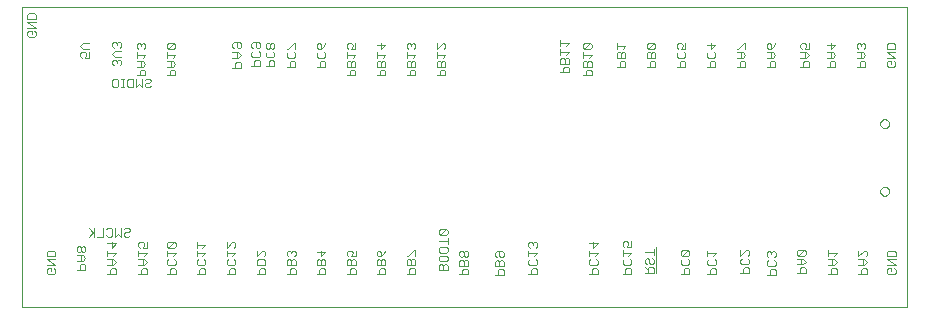
<source format=gbo>
G75*
%MOIN*%
%OFA0B0*%
%FSLAX24Y24*%
%IPPOS*%
%LPD*%
%AMOC8*
5,1,8,0,0,1.08239X$1,22.5*
%
%ADD10C,0.0000*%
%ADD11C,0.0030*%
%ADD12C,0.0040*%
D10*
X001680Y001485D02*
X001680Y011485D01*
X031180Y011485D01*
X031180Y001485D01*
X001680Y001485D01*
X030280Y005360D02*
X030282Y005384D01*
X030288Y005408D01*
X030297Y005430D01*
X030310Y005450D01*
X030326Y005468D01*
X030345Y005483D01*
X030366Y005496D01*
X030388Y005504D01*
X030412Y005509D01*
X030436Y005510D01*
X030460Y005507D01*
X030483Y005500D01*
X030505Y005490D01*
X030525Y005476D01*
X030542Y005459D01*
X030557Y005440D01*
X030568Y005419D01*
X030576Y005396D01*
X030580Y005372D01*
X030580Y005348D01*
X030576Y005324D01*
X030568Y005301D01*
X030557Y005280D01*
X030542Y005261D01*
X030525Y005244D01*
X030505Y005230D01*
X030483Y005220D01*
X030460Y005213D01*
X030436Y005210D01*
X030412Y005211D01*
X030388Y005216D01*
X030366Y005224D01*
X030345Y005237D01*
X030326Y005252D01*
X030310Y005270D01*
X030297Y005290D01*
X030288Y005312D01*
X030282Y005336D01*
X030280Y005360D01*
X030280Y007610D02*
X030282Y007634D01*
X030288Y007658D01*
X030297Y007680D01*
X030310Y007700D01*
X030326Y007718D01*
X030345Y007733D01*
X030366Y007746D01*
X030388Y007754D01*
X030412Y007759D01*
X030436Y007760D01*
X030460Y007757D01*
X030483Y007750D01*
X030505Y007740D01*
X030525Y007726D01*
X030542Y007709D01*
X030557Y007690D01*
X030568Y007669D01*
X030576Y007646D01*
X030580Y007622D01*
X030580Y007598D01*
X030576Y007574D01*
X030568Y007551D01*
X030557Y007530D01*
X030542Y007511D01*
X030525Y007494D01*
X030505Y007480D01*
X030483Y007470D01*
X030460Y007463D01*
X030436Y007460D01*
X030412Y007461D01*
X030388Y007466D01*
X030366Y007474D01*
X030345Y007487D01*
X030326Y007502D01*
X030310Y007520D01*
X030297Y007540D01*
X030288Y007562D01*
X030282Y007586D01*
X030280Y007610D01*
D11*
X030548Y009516D02*
X030500Y009565D01*
X030500Y009661D01*
X030548Y009710D01*
X030645Y009710D01*
X030645Y009613D01*
X030742Y009516D02*
X030548Y009516D01*
X030742Y009516D02*
X030790Y009565D01*
X030790Y009661D01*
X030742Y009710D01*
X030790Y009811D02*
X030500Y009811D01*
X030500Y010004D02*
X030790Y010004D01*
X030790Y010106D02*
X030500Y010106D01*
X030500Y010251D01*
X030548Y010299D01*
X030742Y010299D01*
X030790Y010251D01*
X030790Y010106D01*
X030790Y009811D02*
X030500Y010004D01*
X029790Y009908D02*
X029693Y010004D01*
X029500Y010004D01*
X029548Y010106D02*
X029500Y010154D01*
X029500Y010251D01*
X029548Y010299D01*
X029597Y010299D01*
X029645Y010251D01*
X029645Y010202D01*
X029645Y010251D02*
X029693Y010299D01*
X029742Y010299D01*
X029790Y010251D01*
X029790Y010154D01*
X029742Y010106D01*
X029645Y010004D02*
X029645Y009811D01*
X029693Y009811D02*
X029500Y009811D01*
X029645Y009710D02*
X029597Y009661D01*
X029597Y009516D01*
X029500Y009516D02*
X029790Y009516D01*
X029790Y009661D01*
X029742Y009710D01*
X029645Y009710D01*
X029693Y009811D02*
X029790Y009908D01*
X028790Y009908D02*
X028693Y010004D01*
X028500Y010004D01*
X028645Y010004D02*
X028645Y009811D01*
X028693Y009811D02*
X028790Y009908D01*
X028693Y009811D02*
X028500Y009811D01*
X028645Y009710D02*
X028597Y009661D01*
X028597Y009516D01*
X028500Y009516D02*
X028790Y009516D01*
X028790Y009661D01*
X028742Y009710D01*
X028645Y009710D01*
X027915Y009661D02*
X027915Y009516D01*
X027625Y009516D01*
X027722Y009516D02*
X027722Y009661D01*
X027770Y009710D01*
X027867Y009710D01*
X027915Y009661D01*
X027818Y009811D02*
X027625Y009811D01*
X027770Y009811D02*
X027770Y010004D01*
X027818Y010004D02*
X027625Y010004D01*
X027673Y010106D02*
X027625Y010154D01*
X027625Y010251D01*
X027673Y010299D01*
X027770Y010299D01*
X027818Y010251D01*
X027818Y010202D01*
X027770Y010106D01*
X027915Y010106D01*
X027915Y010299D01*
X027818Y010004D02*
X027915Y009908D01*
X027818Y009811D01*
X028645Y010106D02*
X028645Y010299D01*
X028500Y010251D02*
X028790Y010251D01*
X028645Y010106D01*
X026790Y010299D02*
X026742Y010202D01*
X026645Y010106D01*
X026645Y010251D01*
X026597Y010299D01*
X026548Y010299D01*
X026500Y010251D01*
X026500Y010154D01*
X026548Y010106D01*
X026645Y010106D01*
X026645Y010004D02*
X026645Y009811D01*
X026693Y009811D02*
X026790Y009908D01*
X026693Y010004D01*
X026500Y010004D01*
X026500Y009811D02*
X026693Y009811D01*
X026645Y009710D02*
X026597Y009661D01*
X026597Y009516D01*
X026500Y009516D02*
X026790Y009516D01*
X026790Y009661D01*
X026742Y009710D01*
X026645Y009710D01*
X025790Y009661D02*
X025790Y009516D01*
X025500Y009516D01*
X025597Y009516D02*
X025597Y009661D01*
X025645Y009710D01*
X025742Y009710D01*
X025790Y009661D01*
X025693Y009811D02*
X025500Y009811D01*
X025645Y009811D02*
X025645Y010004D01*
X025693Y010004D02*
X025500Y010004D01*
X025500Y010106D02*
X025548Y010106D01*
X025742Y010299D01*
X025790Y010299D01*
X025790Y010106D01*
X025693Y010004D02*
X025790Y009908D01*
X025693Y009811D01*
X024790Y009859D02*
X024742Y009811D01*
X024548Y009811D01*
X024500Y009859D01*
X024500Y009956D01*
X024548Y010004D01*
X024645Y010106D02*
X024645Y010299D01*
X024500Y010251D02*
X024790Y010251D01*
X024645Y010106D01*
X024742Y010004D02*
X024790Y009956D01*
X024790Y009859D01*
X024742Y009710D02*
X024645Y009710D01*
X024597Y009661D01*
X024597Y009516D01*
X024500Y009516D02*
X024790Y009516D01*
X024790Y009661D01*
X024742Y009710D01*
X023790Y009661D02*
X023790Y009516D01*
X023500Y009516D01*
X023597Y009516D02*
X023597Y009661D01*
X023645Y009710D01*
X023742Y009710D01*
X023790Y009661D01*
X023742Y009811D02*
X023548Y009811D01*
X023500Y009859D01*
X023500Y009956D01*
X023548Y010004D01*
X023548Y010106D02*
X023500Y010154D01*
X023500Y010251D01*
X023548Y010299D01*
X023645Y010299D01*
X023693Y010251D01*
X023693Y010202D01*
X023645Y010106D01*
X023790Y010106D01*
X023790Y010299D01*
X023742Y010004D02*
X023790Y009956D01*
X023790Y009859D01*
X023742Y009811D01*
X022790Y009811D02*
X022790Y009956D01*
X022742Y010004D01*
X022693Y010004D01*
X022645Y009956D01*
X022645Y009811D01*
X022645Y009710D02*
X022597Y009661D01*
X022597Y009516D01*
X022500Y009516D02*
X022790Y009516D01*
X022790Y009661D01*
X022742Y009710D01*
X022645Y009710D01*
X022500Y009811D02*
X022500Y009956D01*
X022548Y010004D01*
X022597Y010004D01*
X022645Y009956D01*
X022548Y010106D02*
X022742Y010299D01*
X022548Y010299D01*
X022500Y010251D01*
X022500Y010154D01*
X022548Y010106D01*
X022742Y010106D01*
X022790Y010154D01*
X022790Y010251D01*
X022742Y010299D01*
X022790Y009811D02*
X022500Y009811D01*
X021790Y009811D02*
X021790Y009956D01*
X021742Y010004D01*
X021693Y010004D01*
X021645Y009956D01*
X021645Y009811D01*
X021645Y009710D02*
X021597Y009661D01*
X021597Y009516D01*
X021500Y009516D02*
X021790Y009516D01*
X021790Y009661D01*
X021742Y009710D01*
X021645Y009710D01*
X021500Y009811D02*
X021500Y009956D01*
X021548Y010004D01*
X021597Y010004D01*
X021645Y009956D01*
X021693Y010106D02*
X021790Y010202D01*
X021500Y010202D01*
X021500Y010106D02*
X021500Y010299D01*
X021500Y009811D02*
X021790Y009811D01*
X020665Y009908D02*
X020375Y009908D01*
X020375Y010004D02*
X020375Y009811D01*
X020423Y009710D02*
X020375Y009661D01*
X020375Y009516D01*
X020665Y009516D01*
X020665Y009661D01*
X020617Y009710D01*
X020568Y009710D01*
X020520Y009661D01*
X020520Y009516D01*
X020520Y009415D02*
X020472Y009367D01*
X020472Y009222D01*
X020375Y009222D02*
X020665Y009222D01*
X020665Y009367D01*
X020617Y009415D01*
X020520Y009415D01*
X020520Y009661D02*
X020472Y009710D01*
X020423Y009710D01*
X020568Y009811D02*
X020665Y009908D01*
X020617Y010106D02*
X020423Y010106D01*
X020617Y010299D01*
X020423Y010299D01*
X020375Y010251D01*
X020375Y010154D01*
X020423Y010106D01*
X020617Y010106D02*
X020665Y010154D01*
X020665Y010251D01*
X020617Y010299D01*
X019915Y010302D02*
X019625Y010302D01*
X019625Y010206D02*
X019625Y010399D01*
X019818Y010206D02*
X019915Y010302D01*
X019625Y010104D02*
X019625Y009911D01*
X019625Y010008D02*
X019915Y010008D01*
X019818Y009911D01*
X019818Y009810D02*
X019770Y009761D01*
X019770Y009616D01*
X019770Y009515D02*
X019722Y009467D01*
X019722Y009322D01*
X019625Y009322D02*
X019915Y009322D01*
X019915Y009467D01*
X019867Y009515D01*
X019770Y009515D01*
X019625Y009616D02*
X019625Y009761D01*
X019673Y009810D01*
X019722Y009810D01*
X019770Y009761D01*
X019818Y009810D02*
X019867Y009810D01*
X019915Y009761D01*
X019915Y009616D01*
X019625Y009616D01*
X015790Y009661D02*
X015790Y009516D01*
X015500Y009516D01*
X015500Y009661D01*
X015548Y009710D01*
X015597Y009710D01*
X015645Y009661D01*
X015645Y009516D01*
X015645Y009415D02*
X015597Y009367D01*
X015597Y009222D01*
X015500Y009222D02*
X015790Y009222D01*
X015790Y009367D01*
X015742Y009415D01*
X015645Y009415D01*
X015645Y009661D02*
X015693Y009710D01*
X015742Y009710D01*
X015790Y009661D01*
X015693Y009811D02*
X015790Y009908D01*
X015500Y009908D01*
X015500Y010004D02*
X015500Y009811D01*
X015500Y010106D02*
X015693Y010299D01*
X015742Y010299D01*
X015790Y010251D01*
X015790Y010154D01*
X015742Y010106D01*
X015500Y010106D02*
X015500Y010299D01*
X014790Y010251D02*
X014790Y010154D01*
X014742Y010106D01*
X014645Y010202D02*
X014645Y010251D01*
X014597Y010299D01*
X014548Y010299D01*
X014500Y010251D01*
X014500Y010154D01*
X014548Y010106D01*
X014500Y010004D02*
X014500Y009811D01*
X014500Y009908D02*
X014790Y009908D01*
X014693Y009811D01*
X014693Y009710D02*
X014645Y009661D01*
X014645Y009516D01*
X014645Y009415D02*
X014597Y009367D01*
X014597Y009222D01*
X014500Y009222D02*
X014790Y009222D01*
X014790Y009367D01*
X014742Y009415D01*
X014645Y009415D01*
X014500Y009516D02*
X014790Y009516D01*
X014790Y009661D01*
X014742Y009710D01*
X014693Y009710D01*
X014645Y009661D02*
X014597Y009710D01*
X014548Y009710D01*
X014500Y009661D01*
X014500Y009516D01*
X013790Y009516D02*
X013790Y009661D01*
X013742Y009710D01*
X013693Y009710D01*
X013645Y009661D01*
X013645Y009516D01*
X013645Y009415D02*
X013597Y009367D01*
X013597Y009222D01*
X013500Y009222D02*
X013790Y009222D01*
X013790Y009367D01*
X013742Y009415D01*
X013645Y009415D01*
X013500Y009516D02*
X013790Y009516D01*
X013645Y009661D02*
X013597Y009710D01*
X013548Y009710D01*
X013500Y009661D01*
X013500Y009516D01*
X012790Y009516D02*
X012790Y009661D01*
X012742Y009710D01*
X012693Y009710D01*
X012645Y009661D01*
X012645Y009516D01*
X012645Y009415D02*
X012597Y009367D01*
X012597Y009222D01*
X012500Y009222D02*
X012790Y009222D01*
X012790Y009367D01*
X012742Y009415D01*
X012645Y009415D01*
X012500Y009516D02*
X012790Y009516D01*
X012645Y009661D02*
X012597Y009710D01*
X012548Y009710D01*
X012500Y009661D01*
X012500Y009516D01*
X011790Y009516D02*
X011790Y009661D01*
X011742Y009710D01*
X011645Y009710D01*
X011597Y009661D01*
X011597Y009516D01*
X011500Y009516D02*
X011790Y009516D01*
X011742Y009811D02*
X011548Y009811D01*
X011500Y009859D01*
X011500Y009956D01*
X011548Y010004D01*
X011548Y010106D02*
X011500Y010154D01*
X011500Y010251D01*
X011548Y010299D01*
X011597Y010299D01*
X011645Y010251D01*
X011645Y010106D01*
X011548Y010106D01*
X011645Y010106D02*
X011742Y010202D01*
X011790Y010299D01*
X011742Y010004D02*
X011790Y009956D01*
X011790Y009859D01*
X011742Y009811D01*
X012500Y009811D02*
X012500Y010004D01*
X012500Y009908D02*
X012790Y009908D01*
X012693Y009811D01*
X012645Y010106D02*
X012693Y010202D01*
X012693Y010251D01*
X012645Y010299D01*
X012548Y010299D01*
X012500Y010251D01*
X012500Y010154D01*
X012548Y010106D01*
X012645Y010106D02*
X012790Y010106D01*
X012790Y010299D01*
X013500Y010251D02*
X013790Y010251D01*
X013645Y010106D01*
X013645Y010299D01*
X013500Y010004D02*
X013500Y009811D01*
X013500Y009908D02*
X013790Y009908D01*
X013693Y009811D01*
X014645Y010251D02*
X014693Y010299D01*
X014742Y010299D01*
X014790Y010251D01*
X010790Y010299D02*
X010790Y010106D01*
X010742Y010004D02*
X010790Y009956D01*
X010790Y009859D01*
X010742Y009811D01*
X010548Y009811D01*
X010500Y009859D01*
X010500Y009956D01*
X010548Y010004D01*
X010548Y010106D02*
X010500Y010106D01*
X010548Y010106D02*
X010742Y010299D01*
X010790Y010299D01*
X010090Y010263D02*
X010090Y010166D01*
X010042Y010118D01*
X009993Y010118D01*
X009945Y010166D01*
X009945Y010263D01*
X009897Y010312D01*
X009848Y010312D01*
X009800Y010263D01*
X009800Y010166D01*
X009848Y010118D01*
X009897Y010118D01*
X009945Y010166D01*
X009945Y010263D02*
X009993Y010312D01*
X010042Y010312D01*
X010090Y010263D01*
X009615Y010276D02*
X009615Y010179D01*
X009567Y010131D01*
X009518Y010131D01*
X009470Y010179D01*
X009470Y010324D01*
X009373Y010324D02*
X009567Y010324D01*
X009615Y010276D01*
X009373Y010324D02*
X009325Y010276D01*
X009325Y010179D01*
X009373Y010131D01*
X009373Y010029D02*
X009325Y009981D01*
X009325Y009884D01*
X009373Y009836D01*
X009567Y009836D01*
X009615Y009884D01*
X009615Y009981D01*
X009567Y010029D01*
X009800Y009969D02*
X009800Y009872D01*
X009848Y009823D01*
X010042Y009823D01*
X010090Y009872D01*
X010090Y009969D01*
X010042Y010017D01*
X009848Y010017D02*
X009800Y009969D01*
X009945Y009722D02*
X009897Y009674D01*
X009897Y009529D01*
X009800Y009529D02*
X010090Y009529D01*
X010090Y009674D01*
X010042Y009722D01*
X009945Y009722D01*
X009615Y009686D02*
X009615Y009541D01*
X009325Y009541D01*
X009422Y009541D02*
X009422Y009686D01*
X009470Y009735D01*
X009567Y009735D01*
X009615Y009686D01*
X010500Y009516D02*
X010790Y009516D01*
X010790Y009661D01*
X010742Y009710D01*
X010645Y009710D01*
X010597Y009661D01*
X010597Y009516D01*
X006790Y009613D02*
X006693Y009516D01*
X006500Y009516D01*
X006645Y009516D02*
X006645Y009710D01*
X006693Y009710D02*
X006500Y009710D01*
X006500Y009811D02*
X006500Y010004D01*
X006500Y009908D02*
X006790Y009908D01*
X006693Y009811D01*
X006693Y009710D02*
X006790Y009613D01*
X006742Y009415D02*
X006645Y009415D01*
X006597Y009367D01*
X006597Y009222D01*
X006500Y009222D02*
X006790Y009222D01*
X006790Y009367D01*
X006742Y009415D01*
X005965Y009067D02*
X005965Y009019D01*
X005917Y008970D01*
X005820Y008970D01*
X005772Y008922D01*
X005772Y008874D01*
X005820Y008825D01*
X005917Y008825D01*
X005965Y008874D01*
X005965Y009067D02*
X005917Y009116D01*
X005820Y009116D01*
X005772Y009067D01*
X005670Y009116D02*
X005670Y008825D01*
X005574Y008922D01*
X005477Y008825D01*
X005477Y009116D01*
X005376Y009116D02*
X005231Y009116D01*
X005182Y009067D01*
X005182Y008874D01*
X005231Y008825D01*
X005376Y008825D01*
X005376Y009116D01*
X005500Y009222D02*
X005790Y009222D01*
X005790Y009367D01*
X005742Y009415D01*
X005645Y009415D01*
X005597Y009367D01*
X005597Y009222D01*
X005081Y009116D02*
X004984Y009116D01*
X005033Y009116D02*
X005033Y008825D01*
X005081Y008825D02*
X004984Y008825D01*
X004885Y008874D02*
X004836Y008825D01*
X004739Y008825D01*
X004691Y008874D01*
X004691Y009067D01*
X004739Y009116D01*
X004836Y009116D01*
X004885Y009067D01*
X004885Y008874D01*
X005500Y009516D02*
X005693Y009516D01*
X005790Y009613D01*
X005693Y009710D01*
X005500Y009710D01*
X005500Y009811D02*
X005500Y010004D01*
X005500Y009908D02*
X005790Y009908D01*
X005693Y009811D01*
X005645Y009710D02*
X005645Y009516D01*
X004978Y009602D02*
X004978Y009699D01*
X004929Y009747D01*
X004881Y009747D01*
X004833Y009699D01*
X004784Y009747D01*
X004736Y009747D01*
X004688Y009699D01*
X004688Y009602D01*
X004736Y009554D01*
X004833Y009651D02*
X004833Y009699D01*
X004784Y009848D02*
X004688Y009945D01*
X004784Y010042D01*
X004978Y010042D01*
X004929Y010143D02*
X004978Y010191D01*
X004978Y010288D01*
X004929Y010337D01*
X004881Y010337D01*
X004833Y010288D01*
X004784Y010337D01*
X004736Y010337D01*
X004688Y010288D01*
X004688Y010191D01*
X004736Y010143D01*
X004833Y010240D02*
X004833Y010288D01*
X005500Y010251D02*
X005500Y010154D01*
X005548Y010106D01*
X005645Y010202D02*
X005645Y010251D01*
X005597Y010299D01*
X005548Y010299D01*
X005500Y010251D01*
X005645Y010251D02*
X005693Y010299D01*
X005742Y010299D01*
X005790Y010251D01*
X005790Y010154D01*
X005742Y010106D01*
X006500Y010154D02*
X006548Y010106D01*
X006742Y010299D01*
X006548Y010299D01*
X006500Y010251D01*
X006500Y010154D01*
X006548Y010106D02*
X006742Y010106D01*
X006790Y010154D01*
X006790Y010251D01*
X006742Y010299D01*
X004978Y009848D02*
X004784Y009848D01*
X004978Y009602D02*
X004929Y009554D01*
X003915Y009811D02*
X003915Y010004D01*
X003915Y010106D02*
X003722Y010106D01*
X003625Y010202D01*
X003722Y010299D01*
X003915Y010299D01*
X003770Y010004D02*
X003673Y010004D01*
X003625Y009956D01*
X003625Y009859D01*
X003673Y009811D01*
X003770Y009811D02*
X003818Y009908D01*
X003818Y009956D01*
X003770Y010004D01*
X003770Y009811D02*
X003915Y009811D01*
X002140Y010565D02*
X002140Y010661D01*
X002092Y010710D01*
X001995Y010710D02*
X001995Y010613D01*
X001995Y010710D02*
X001898Y010710D01*
X001850Y010661D01*
X001850Y010565D01*
X001898Y010516D01*
X002092Y010516D01*
X002140Y010565D01*
X002140Y010811D02*
X001850Y010811D01*
X001850Y011004D02*
X002140Y011004D01*
X002140Y011106D02*
X001850Y011106D01*
X001850Y011251D01*
X001898Y011299D01*
X002092Y011299D01*
X002140Y011251D01*
X002140Y011106D01*
X002140Y010811D02*
X001850Y011004D01*
X003893Y004141D02*
X004086Y003947D01*
X004038Y003995D02*
X003893Y003850D01*
X004086Y003850D02*
X004086Y004141D01*
X004381Y004141D02*
X004381Y003850D01*
X004188Y003850D01*
X004482Y003899D02*
X004531Y003850D01*
X004627Y003850D01*
X004676Y003899D01*
X004676Y004092D01*
X004627Y004141D01*
X004531Y004141D01*
X004482Y004092D01*
X004777Y004141D02*
X004777Y003850D01*
X004874Y003947D01*
X004970Y003850D01*
X004970Y004141D01*
X005072Y004092D02*
X005120Y004141D01*
X005217Y004141D01*
X005265Y004092D01*
X005265Y004044D01*
X005217Y003995D01*
X005120Y003995D01*
X005072Y003947D01*
X005072Y003899D01*
X005120Y003850D01*
X005217Y003850D01*
X005265Y003899D01*
X005558Y003629D02*
X005606Y003678D01*
X005703Y003678D01*
X005751Y003629D01*
X005751Y003581D01*
X005703Y003484D01*
X005848Y003484D01*
X005848Y003678D01*
X005558Y003629D02*
X005558Y003533D01*
X005606Y003484D01*
X005558Y003383D02*
X005558Y003190D01*
X005558Y003286D02*
X005848Y003286D01*
X005751Y003190D01*
X005751Y003088D02*
X005558Y003088D01*
X005703Y003088D02*
X005703Y002895D01*
X005751Y002895D02*
X005848Y002992D01*
X005751Y003088D01*
X005751Y002895D02*
X005558Y002895D01*
X005703Y002794D02*
X005654Y002745D01*
X005654Y002600D01*
X005558Y002600D02*
X005848Y002600D01*
X005848Y002745D01*
X005799Y002794D01*
X005703Y002794D01*
X006508Y002943D02*
X006508Y003040D01*
X006556Y003088D01*
X006508Y003190D02*
X006508Y003383D01*
X006508Y003286D02*
X006798Y003286D01*
X006701Y003190D01*
X006749Y003088D02*
X006798Y003040D01*
X006798Y002943D01*
X006749Y002895D01*
X006556Y002895D01*
X006508Y002943D01*
X006653Y002794D02*
X006604Y002745D01*
X006604Y002600D01*
X006508Y002600D02*
X006798Y002600D01*
X006798Y002745D01*
X006749Y002794D01*
X006653Y002794D01*
X007495Y002943D02*
X007495Y003040D01*
X007543Y003088D01*
X007495Y003190D02*
X007495Y003383D01*
X007495Y003286D02*
X007785Y003286D01*
X007688Y003190D01*
X007737Y003088D02*
X007785Y003040D01*
X007785Y002943D01*
X007737Y002895D01*
X007543Y002895D01*
X007495Y002943D01*
X007640Y002794D02*
X007592Y002745D01*
X007592Y002600D01*
X007495Y002600D02*
X007785Y002600D01*
X007785Y002745D01*
X007737Y002794D01*
X007640Y002794D01*
X008495Y002943D02*
X008495Y003040D01*
X008543Y003088D01*
X008495Y003190D02*
X008495Y003383D01*
X008495Y003286D02*
X008785Y003286D01*
X008688Y003190D01*
X008737Y003088D02*
X008785Y003040D01*
X008785Y002943D01*
X008737Y002895D01*
X008543Y002895D01*
X008495Y002943D01*
X008640Y002794D02*
X008592Y002745D01*
X008592Y002600D01*
X008495Y002600D02*
X008785Y002600D01*
X008785Y002745D01*
X008737Y002794D01*
X008640Y002794D01*
X009495Y002895D02*
X009495Y003040D01*
X009543Y003088D01*
X009737Y003088D01*
X009785Y003040D01*
X009785Y002895D01*
X009495Y002895D01*
X009640Y002794D02*
X009592Y002745D01*
X009592Y002600D01*
X009495Y002600D02*
X009785Y002600D01*
X009785Y002745D01*
X009737Y002794D01*
X009640Y002794D01*
X009737Y003190D02*
X009785Y003238D01*
X009785Y003335D01*
X009737Y003383D01*
X009688Y003383D01*
X009495Y003190D01*
X009495Y003383D01*
X008785Y003533D02*
X008737Y003484D01*
X008785Y003533D02*
X008785Y003629D01*
X008737Y003678D01*
X008688Y003678D01*
X008495Y003484D01*
X008495Y003678D01*
X007785Y003581D02*
X007688Y003484D01*
X007785Y003581D02*
X007495Y003581D01*
X007495Y003484D02*
X007495Y003678D01*
X006798Y003629D02*
X006749Y003678D01*
X006556Y003484D01*
X006508Y003533D01*
X006508Y003629D01*
X006556Y003678D01*
X006749Y003678D01*
X006798Y003629D02*
X006798Y003533D01*
X006749Y003484D01*
X006556Y003484D01*
X004810Y003629D02*
X004665Y003484D01*
X004665Y003678D01*
X004520Y003629D02*
X004810Y003629D01*
X004520Y003383D02*
X004520Y003190D01*
X004520Y003286D02*
X004810Y003286D01*
X004713Y003190D01*
X004713Y003088D02*
X004520Y003088D01*
X004665Y003088D02*
X004665Y002895D01*
X004713Y002895D02*
X004810Y002992D01*
X004713Y003088D01*
X004713Y002895D02*
X004520Y002895D01*
X004665Y002794D02*
X004617Y002745D01*
X004617Y002600D01*
X004520Y002600D02*
X004810Y002600D01*
X004810Y002745D01*
X004762Y002794D01*
X004665Y002794D01*
X003790Y002741D02*
X003790Y002886D01*
X003742Y002935D01*
X003645Y002935D01*
X003597Y002886D01*
X003597Y002741D01*
X003500Y002741D02*
X003790Y002741D01*
X003693Y003036D02*
X003790Y003133D01*
X003693Y003229D01*
X003500Y003229D01*
X003548Y003331D02*
X003597Y003331D01*
X003645Y003379D01*
X003645Y003476D01*
X003597Y003524D01*
X003548Y003524D01*
X003500Y003476D01*
X003500Y003379D01*
X003548Y003331D01*
X003645Y003379D02*
X003693Y003331D01*
X003742Y003331D01*
X003790Y003379D01*
X003790Y003476D01*
X003742Y003524D01*
X003693Y003524D01*
X003645Y003476D01*
X003645Y003229D02*
X003645Y003036D01*
X003693Y003036D02*
X003500Y003036D01*
X002785Y003088D02*
X002495Y003088D01*
X002785Y002895D01*
X002495Y002895D01*
X002543Y002794D02*
X002495Y002745D01*
X002495Y002649D01*
X002543Y002600D01*
X002737Y002600D01*
X002785Y002649D01*
X002785Y002745D01*
X002737Y002794D01*
X002640Y002794D02*
X002640Y002697D01*
X002640Y002794D02*
X002543Y002794D01*
X002495Y003190D02*
X002495Y003335D01*
X002543Y003383D01*
X002737Y003383D01*
X002785Y003335D01*
X002785Y003190D01*
X002495Y003190D01*
X010508Y003238D02*
X010556Y003190D01*
X010508Y003238D02*
X010508Y003335D01*
X010556Y003383D01*
X010604Y003383D01*
X010653Y003335D01*
X010653Y003286D01*
X010653Y003335D02*
X010701Y003383D01*
X010749Y003383D01*
X010798Y003335D01*
X010798Y003238D01*
X010749Y003190D01*
X010749Y003088D02*
X010701Y003088D01*
X010653Y003040D01*
X010653Y002895D01*
X010653Y002794D02*
X010604Y002745D01*
X010604Y002600D01*
X010508Y002600D02*
X010798Y002600D01*
X010798Y002745D01*
X010749Y002794D01*
X010653Y002794D01*
X010508Y002895D02*
X010798Y002895D01*
X010798Y003040D01*
X010749Y003088D01*
X010653Y003040D02*
X010604Y003088D01*
X010556Y003088D01*
X010508Y003040D01*
X010508Y002895D01*
X011495Y002895D02*
X011495Y003040D01*
X011543Y003088D01*
X011592Y003088D01*
X011640Y003040D01*
X011640Y002895D01*
X011640Y002794D02*
X011592Y002745D01*
X011592Y002600D01*
X011495Y002600D02*
X011785Y002600D01*
X011785Y002745D01*
X011737Y002794D01*
X011640Y002794D01*
X011495Y002895D02*
X011785Y002895D01*
X011785Y003040D01*
X011737Y003088D01*
X011688Y003088D01*
X011640Y003040D01*
X011640Y003190D02*
X011640Y003383D01*
X011495Y003335D02*
X011785Y003335D01*
X011640Y003190D01*
X012508Y003238D02*
X012556Y003190D01*
X012508Y003238D02*
X012508Y003335D01*
X012556Y003383D01*
X012653Y003383D01*
X012701Y003335D01*
X012701Y003286D01*
X012653Y003190D01*
X012798Y003190D01*
X012798Y003383D01*
X012749Y003088D02*
X012701Y003088D01*
X012653Y003040D01*
X012653Y002895D01*
X012653Y002794D02*
X012604Y002745D01*
X012604Y002600D01*
X012508Y002600D02*
X012798Y002600D01*
X012798Y002745D01*
X012749Y002794D01*
X012653Y002794D01*
X012508Y002895D02*
X012798Y002895D01*
X012798Y003040D01*
X012749Y003088D01*
X012653Y003040D02*
X012604Y003088D01*
X012556Y003088D01*
X012508Y003040D01*
X012508Y002895D01*
X013495Y002895D02*
X013495Y003040D01*
X013543Y003088D01*
X013592Y003088D01*
X013640Y003040D01*
X013640Y002895D01*
X013640Y002794D02*
X013592Y002745D01*
X013592Y002600D01*
X013495Y002600D02*
X013785Y002600D01*
X013785Y002745D01*
X013737Y002794D01*
X013640Y002794D01*
X013495Y002895D02*
X013785Y002895D01*
X013785Y003040D01*
X013737Y003088D01*
X013688Y003088D01*
X013640Y003040D01*
X013640Y003190D02*
X013543Y003190D01*
X013495Y003238D01*
X013495Y003335D01*
X013543Y003383D01*
X013592Y003383D01*
X013640Y003335D01*
X013640Y003190D01*
X013737Y003286D01*
X013785Y003383D01*
X014495Y003202D02*
X014543Y003202D01*
X014737Y003396D01*
X014785Y003396D01*
X014785Y003202D01*
X014737Y003101D02*
X014688Y003101D01*
X014640Y003053D01*
X014640Y002907D01*
X014640Y002806D02*
X014592Y002758D01*
X014592Y002613D01*
X014495Y002613D02*
X014785Y002613D01*
X014785Y002758D01*
X014737Y002806D01*
X014640Y002806D01*
X014495Y002907D02*
X014785Y002907D01*
X014785Y003053D01*
X014737Y003101D01*
X014640Y003053D02*
X014592Y003101D01*
X014543Y003101D01*
X014495Y003053D01*
X014495Y002907D01*
X015570Y002870D02*
X015570Y002725D01*
X015860Y002725D01*
X015860Y002870D01*
X015812Y002919D01*
X015763Y002919D01*
X015715Y002870D01*
X015715Y002725D01*
X015715Y002870D02*
X015667Y002919D01*
X015618Y002919D01*
X015570Y002870D01*
X015618Y003020D02*
X015570Y003068D01*
X015570Y003165D01*
X015618Y003213D01*
X015812Y003213D01*
X015860Y003165D01*
X015860Y003068D01*
X015812Y003020D01*
X015618Y003020D01*
X015618Y003315D02*
X015570Y003363D01*
X015570Y003460D01*
X015618Y003508D01*
X015812Y003508D01*
X015860Y003460D01*
X015860Y003363D01*
X015812Y003315D01*
X015618Y003315D01*
X015860Y003609D02*
X015860Y003803D01*
X015860Y003706D02*
X015570Y003706D01*
X015618Y003904D02*
X015812Y004097D01*
X015618Y004097D01*
X015570Y004049D01*
X015570Y003952D01*
X015618Y003904D01*
X015812Y003904D01*
X015860Y003952D01*
X015860Y004049D01*
X015812Y004097D01*
X016306Y003371D02*
X016258Y003322D01*
X016258Y003225D01*
X016306Y003177D01*
X016354Y003177D01*
X016403Y003225D01*
X016403Y003322D01*
X016354Y003371D01*
X016306Y003371D01*
X016403Y003322D02*
X016451Y003371D01*
X016499Y003371D01*
X016548Y003322D01*
X016548Y003225D01*
X016499Y003177D01*
X016451Y003177D01*
X016403Y003225D01*
X016451Y003076D02*
X016403Y003028D01*
X016403Y002882D01*
X016403Y002781D02*
X016354Y002733D01*
X016354Y002588D01*
X016258Y002588D02*
X016548Y002588D01*
X016548Y002733D01*
X016499Y002781D01*
X016403Y002781D01*
X016258Y002882D02*
X016548Y002882D01*
X016548Y003028D01*
X016499Y003076D01*
X016451Y003076D01*
X016403Y003028D02*
X016354Y003076D01*
X016306Y003076D01*
X016258Y003028D01*
X016258Y002882D01*
X017445Y002870D02*
X017445Y003015D01*
X017493Y003063D01*
X017542Y003063D01*
X017590Y003015D01*
X017590Y002870D01*
X017590Y002769D02*
X017542Y002720D01*
X017542Y002575D01*
X017445Y002575D02*
X017735Y002575D01*
X017735Y002720D01*
X017687Y002769D01*
X017590Y002769D01*
X017445Y002870D02*
X017735Y002870D01*
X017735Y003015D01*
X017687Y003063D01*
X017638Y003063D01*
X017590Y003015D01*
X017638Y003165D02*
X017590Y003213D01*
X017590Y003358D01*
X017493Y003358D02*
X017687Y003358D01*
X017735Y003310D01*
X017735Y003213D01*
X017687Y003165D01*
X017638Y003165D01*
X017493Y003165D02*
X017445Y003213D01*
X017445Y003310D01*
X017493Y003358D01*
X018558Y003383D02*
X018558Y003190D01*
X018558Y003286D02*
X018848Y003286D01*
X018751Y003190D01*
X018799Y003088D02*
X018848Y003040D01*
X018848Y002943D01*
X018799Y002895D01*
X018606Y002895D01*
X018558Y002943D01*
X018558Y003040D01*
X018606Y003088D01*
X018606Y003484D02*
X018558Y003533D01*
X018558Y003629D01*
X018606Y003678D01*
X018654Y003678D01*
X018703Y003629D01*
X018703Y003581D01*
X018703Y003629D02*
X018751Y003678D01*
X018799Y003678D01*
X018848Y003629D01*
X018848Y003533D01*
X018799Y003484D01*
X018799Y002794D02*
X018703Y002794D01*
X018654Y002745D01*
X018654Y002600D01*
X018558Y002600D02*
X018848Y002600D01*
X018848Y002745D01*
X018799Y002794D01*
X020570Y002943D02*
X020618Y002895D01*
X020812Y002895D01*
X020860Y002943D01*
X020860Y003040D01*
X020812Y003088D01*
X020763Y003190D02*
X020860Y003286D01*
X020570Y003286D01*
X020570Y003190D02*
X020570Y003383D01*
X020715Y003484D02*
X020715Y003678D01*
X020570Y003629D02*
X020860Y003629D01*
X020715Y003484D01*
X020618Y003088D02*
X020570Y003040D01*
X020570Y002943D01*
X020715Y002794D02*
X020667Y002745D01*
X020667Y002600D01*
X020570Y002600D02*
X020860Y002600D01*
X020860Y002745D01*
X020812Y002794D01*
X020715Y002794D01*
X021695Y002956D02*
X021743Y002907D01*
X021937Y002907D01*
X021985Y002956D01*
X021985Y003053D01*
X021937Y003101D01*
X021888Y003202D02*
X021985Y003299D01*
X021695Y003299D01*
X021695Y003202D02*
X021695Y003396D01*
X021743Y003497D02*
X021695Y003545D01*
X021695Y003642D01*
X021743Y003690D01*
X021840Y003690D01*
X021888Y003642D01*
X021888Y003593D01*
X021840Y003497D01*
X021985Y003497D01*
X021985Y003690D01*
X022737Y003422D02*
X022737Y003229D01*
X022737Y003326D02*
X022447Y003326D01*
X022495Y003128D02*
X022447Y003079D01*
X022447Y002982D01*
X022495Y002934D01*
X022592Y002982D02*
X022640Y002934D01*
X022689Y002934D01*
X022737Y002982D01*
X022737Y003079D01*
X022689Y003128D01*
X022592Y003079D02*
X022543Y003128D01*
X022495Y003128D01*
X022592Y003079D02*
X022592Y002982D01*
X022592Y002833D02*
X022543Y002785D01*
X022543Y002639D01*
X022447Y002639D02*
X022737Y002639D01*
X022737Y002785D01*
X022689Y002833D01*
X022592Y002833D01*
X022543Y002736D02*
X022447Y002833D01*
X022797Y002624D02*
X022797Y003508D01*
X023633Y003347D02*
X023633Y003250D01*
X023681Y003202D01*
X023874Y003396D01*
X023681Y003396D01*
X023633Y003347D01*
X023681Y003202D02*
X023874Y003202D01*
X023923Y003250D01*
X023923Y003347D01*
X023874Y003396D01*
X023874Y003101D02*
X023923Y003053D01*
X023923Y002956D01*
X023874Y002907D01*
X023681Y002907D01*
X023633Y002956D01*
X023633Y003053D01*
X023681Y003101D01*
X023778Y002806D02*
X023729Y002758D01*
X023729Y002613D01*
X023633Y002613D02*
X023923Y002613D01*
X023923Y002758D01*
X023874Y002806D01*
X023778Y002806D01*
X024520Y002943D02*
X024568Y002895D01*
X024762Y002895D01*
X024810Y002943D01*
X024810Y003040D01*
X024762Y003088D01*
X024713Y003190D02*
X024810Y003286D01*
X024520Y003286D01*
X024520Y003190D02*
X024520Y003383D01*
X024568Y003088D02*
X024520Y003040D01*
X024520Y002943D01*
X024665Y002794D02*
X024617Y002745D01*
X024617Y002600D01*
X024520Y002600D02*
X024810Y002600D01*
X024810Y002745D01*
X024762Y002794D01*
X024665Y002794D01*
X025620Y002625D02*
X025910Y002625D01*
X025910Y002770D01*
X025862Y002819D01*
X025765Y002819D01*
X025717Y002770D01*
X025717Y002625D01*
X025668Y002920D02*
X025620Y002968D01*
X025620Y003065D01*
X025668Y003113D01*
X025620Y003215D02*
X025813Y003408D01*
X025862Y003408D01*
X025910Y003360D01*
X025910Y003263D01*
X025862Y003215D01*
X025862Y003113D02*
X025910Y003065D01*
X025910Y002968D01*
X025862Y002920D01*
X025668Y002920D01*
X025620Y003215D02*
X025620Y003408D01*
X026508Y003310D02*
X026508Y003213D01*
X026556Y003165D01*
X026556Y003063D02*
X026508Y003015D01*
X026508Y002918D01*
X026556Y002870D01*
X026749Y002870D01*
X026798Y002918D01*
X026798Y003015D01*
X026749Y003063D01*
X026749Y003165D02*
X026798Y003213D01*
X026798Y003310D01*
X026749Y003358D01*
X026701Y003358D01*
X026653Y003310D01*
X026604Y003358D01*
X026556Y003358D01*
X026508Y003310D01*
X026653Y003310D02*
X026653Y003261D01*
X027508Y003263D02*
X027556Y003215D01*
X027749Y003408D01*
X027556Y003408D01*
X027508Y003360D01*
X027508Y003263D01*
X027556Y003215D02*
X027749Y003215D01*
X027798Y003263D01*
X027798Y003360D01*
X027749Y003408D01*
X027701Y003113D02*
X027508Y003113D01*
X027653Y003113D02*
X027653Y002920D01*
X027701Y002920D02*
X027798Y003017D01*
X027701Y003113D01*
X027701Y002920D02*
X027508Y002920D01*
X027653Y002819D02*
X027604Y002770D01*
X027604Y002625D01*
X027508Y002625D02*
X027798Y002625D01*
X027798Y002770D01*
X027749Y002819D01*
X027653Y002819D01*
X026798Y002720D02*
X026798Y002575D01*
X026508Y002575D01*
X026604Y002575D02*
X026604Y002720D01*
X026653Y002769D01*
X026749Y002769D01*
X026798Y002720D01*
X028545Y002613D02*
X028835Y002613D01*
X028835Y002758D01*
X028787Y002806D01*
X028690Y002806D01*
X028642Y002758D01*
X028642Y002613D01*
X028690Y002907D02*
X028690Y003101D01*
X028738Y003101D02*
X028545Y003101D01*
X028545Y003202D02*
X028545Y003396D01*
X028545Y003299D02*
X028835Y003299D01*
X028738Y003202D01*
X028738Y003101D02*
X028835Y003004D01*
X028738Y002907D01*
X028545Y002907D01*
X029558Y002895D02*
X029751Y002895D01*
X029848Y002992D01*
X029751Y003088D01*
X029558Y003088D01*
X029558Y003190D02*
X029751Y003383D01*
X029799Y003383D01*
X029848Y003335D01*
X029848Y003238D01*
X029799Y003190D01*
X029703Y003088D02*
X029703Y002895D01*
X029703Y002794D02*
X029654Y002745D01*
X029654Y002600D01*
X029558Y002600D02*
X029848Y002600D01*
X029848Y002745D01*
X029799Y002794D01*
X029703Y002794D01*
X030508Y002745D02*
X030508Y002649D01*
X030556Y002600D01*
X030749Y002600D01*
X030798Y002649D01*
X030798Y002745D01*
X030749Y002794D01*
X030653Y002794D02*
X030653Y002697D01*
X030653Y002794D02*
X030556Y002794D01*
X030508Y002745D01*
X030508Y002895D02*
X030798Y002895D01*
X030508Y003088D01*
X030798Y003088D01*
X030798Y003190D02*
X030798Y003335D01*
X030749Y003383D01*
X030556Y003383D01*
X030508Y003335D01*
X030508Y003190D01*
X030798Y003190D01*
X029558Y003190D02*
X029558Y003383D01*
X021985Y002758D02*
X021985Y002613D01*
X021695Y002613D01*
X021792Y002613D02*
X021792Y002758D01*
X021840Y002806D01*
X021937Y002806D01*
X021985Y002758D01*
X021695Y002956D02*
X021695Y003053D01*
X021743Y003101D01*
D12*
X008985Y009476D02*
X008675Y009476D01*
X008778Y009476D02*
X008778Y009631D01*
X008830Y009683D01*
X008934Y009683D01*
X008985Y009631D01*
X008985Y009476D01*
X008882Y009798D02*
X008675Y009798D01*
X008830Y009798D02*
X008830Y010005D01*
X008882Y010005D02*
X008675Y010005D01*
X008727Y010120D02*
X008675Y010172D01*
X008675Y010276D01*
X008727Y010327D01*
X008934Y010327D01*
X008985Y010276D01*
X008985Y010172D01*
X008934Y010120D01*
X008882Y010120D01*
X008830Y010172D01*
X008830Y010327D01*
X008882Y010005D02*
X008985Y009902D01*
X008882Y009798D01*
M02*

</source>
